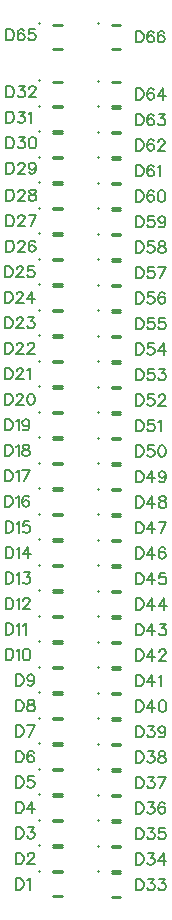
<source format=gto>
G04 Layer: TopSilkscreenLayer*
G04 EasyEDA v6.5.23, 2023-06-10 18:06:06*
G04 005a25b84e7a4af980d47e0bcec97dff,5a6b42c53f6a479593ecc07194224c93,10*
G04 Gerber Generator version 0.2*
G04 Scale: 100 percent, Rotated: No, Reflected: No *
G04 Dimensions in millimeters *
G04 leading zeros omitted , absolute positions ,4 integer and 5 decimal *
%FSLAX45Y45*%
%MOMM*%

%ADD10C,0.1524*%
%ADD11C,0.2540*%

%LPD*%
D10*
X410966Y1179367D02*
G01*
X410966Y1083863D01*
X410966Y1179367D02*
G01*
X442716Y1179367D01*
X456432Y1174795D01*
X465576Y1165651D01*
X470148Y1156507D01*
X474466Y1143045D01*
X474466Y1120185D01*
X470148Y1106723D01*
X465576Y1097579D01*
X456432Y1088435D01*
X442716Y1083863D01*
X410966Y1083863D01*
X504692Y1161079D02*
G01*
X513582Y1165651D01*
X527298Y1179367D01*
X527298Y1083863D01*
X322071Y3985260D02*
G01*
X322071Y3889755D01*
X322071Y3985260D02*
G01*
X353821Y3985260D01*
X367537Y3980687D01*
X376681Y3971544D01*
X381254Y3962400D01*
X385571Y3948937D01*
X385571Y3926078D01*
X381254Y3912615D01*
X376681Y3903471D01*
X367537Y3894328D01*
X353821Y3889755D01*
X322071Y3889755D01*
X415797Y3966971D02*
G01*
X424687Y3971544D01*
X438404Y3985260D01*
X438404Y3889755D01*
X513842Y3985260D02*
G01*
X468376Y3921505D01*
X536702Y3921505D01*
X513842Y3985260D02*
G01*
X513842Y3889755D01*
X322071Y3769360D02*
G01*
X322071Y3673855D01*
X322071Y3769360D02*
G01*
X353821Y3769360D01*
X367537Y3764787D01*
X376681Y3755644D01*
X381254Y3746500D01*
X385571Y3733037D01*
X385571Y3710178D01*
X381254Y3696715D01*
X376681Y3687571D01*
X367537Y3678428D01*
X353821Y3673855D01*
X322071Y3673855D01*
X415797Y3751071D02*
G01*
X424687Y3755644D01*
X438404Y3769360D01*
X438404Y3673855D01*
X477520Y3769360D02*
G01*
X527557Y3769360D01*
X500126Y3733037D01*
X513842Y3733037D01*
X522986Y3728465D01*
X527557Y3723894D01*
X532129Y3710178D01*
X532129Y3701287D01*
X527557Y3687571D01*
X518413Y3678428D01*
X504697Y3673855D01*
X491236Y3673855D01*
X477520Y3678428D01*
X472947Y3683000D01*
X468376Y3692144D01*
X322071Y3553460D02*
G01*
X322071Y3457955D01*
X322071Y3553460D02*
G01*
X353821Y3553460D01*
X367537Y3548887D01*
X376681Y3539744D01*
X381254Y3530600D01*
X385571Y3517137D01*
X385571Y3494278D01*
X381254Y3480815D01*
X376681Y3471671D01*
X367537Y3462528D01*
X353821Y3457955D01*
X322071Y3457955D01*
X415797Y3535171D02*
G01*
X424687Y3539744D01*
X438404Y3553460D01*
X438404Y3457955D01*
X472947Y3530600D02*
G01*
X472947Y3535171D01*
X477520Y3544315D01*
X482092Y3548887D01*
X491236Y3553460D01*
X509270Y3553460D01*
X518413Y3548887D01*
X522986Y3544315D01*
X527557Y3535171D01*
X527557Y3526281D01*
X522986Y3517137D01*
X513842Y3503421D01*
X468376Y3457955D01*
X532129Y3457955D01*
X322071Y3337560D02*
G01*
X322071Y3242055D01*
X322071Y3337560D02*
G01*
X353821Y3337560D01*
X367537Y3332987D01*
X376681Y3323844D01*
X381254Y3314700D01*
X385571Y3301237D01*
X385571Y3278378D01*
X381254Y3264915D01*
X376681Y3255771D01*
X367537Y3246628D01*
X353821Y3242055D01*
X322071Y3242055D01*
X415797Y3319271D02*
G01*
X424687Y3323844D01*
X438404Y3337560D01*
X438404Y3242055D01*
X468376Y3319271D02*
G01*
X477520Y3323844D01*
X491236Y3337560D01*
X491236Y3242055D01*
X322066Y3122467D02*
G01*
X322066Y3026963D01*
X322066Y3122467D02*
G01*
X353816Y3122467D01*
X367532Y3117895D01*
X376676Y3108751D01*
X381248Y3099607D01*
X385566Y3086145D01*
X385566Y3063285D01*
X381248Y3049823D01*
X376676Y3040679D01*
X367532Y3031535D01*
X353816Y3026963D01*
X322066Y3026963D01*
X415792Y3104179D02*
G01*
X424682Y3108751D01*
X438398Y3122467D01*
X438398Y3026963D01*
X495802Y3122467D02*
G01*
X482086Y3117895D01*
X472942Y3104179D01*
X468370Y3081573D01*
X468370Y3067857D01*
X472942Y3045251D01*
X482086Y3031535D01*
X495802Y3026963D01*
X504692Y3026963D01*
X518408Y3031535D01*
X527552Y3045251D01*
X532124Y3067857D01*
X532124Y3081573D01*
X527552Y3104179D01*
X518408Y3117895D01*
X504692Y3122467D01*
X495802Y3122467D01*
X410966Y2906567D02*
G01*
X410966Y2811063D01*
X410966Y2906567D02*
G01*
X442716Y2906567D01*
X456432Y2901995D01*
X465576Y2892851D01*
X470148Y2883707D01*
X474466Y2870245D01*
X474466Y2847385D01*
X470148Y2833923D01*
X465576Y2824779D01*
X456432Y2815635D01*
X442716Y2811063D01*
X410966Y2811063D01*
X563620Y2874817D02*
G01*
X559048Y2861101D01*
X550158Y2851957D01*
X536442Y2847385D01*
X531870Y2847385D01*
X518154Y2851957D01*
X509264Y2861101D01*
X504692Y2874817D01*
X504692Y2879389D01*
X509264Y2892851D01*
X518154Y2901995D01*
X531870Y2906567D01*
X536442Y2906567D01*
X550158Y2901995D01*
X559048Y2892851D01*
X563620Y2874817D01*
X563620Y2851957D01*
X559048Y2829351D01*
X550158Y2815635D01*
X536442Y2811063D01*
X527298Y2811063D01*
X513582Y2815635D01*
X509264Y2824779D01*
X410971Y2689860D02*
G01*
X410971Y2594355D01*
X410971Y2689860D02*
G01*
X442721Y2689860D01*
X456437Y2685287D01*
X465581Y2676144D01*
X470154Y2667000D01*
X474471Y2653537D01*
X474471Y2630678D01*
X470154Y2617215D01*
X465581Y2608071D01*
X456437Y2598928D01*
X442721Y2594355D01*
X410971Y2594355D01*
X527304Y2689860D02*
G01*
X513587Y2685287D01*
X509270Y2676144D01*
X509270Y2667000D01*
X513587Y2658110D01*
X522731Y2653537D01*
X541020Y2648965D01*
X554481Y2644394D01*
X563626Y2635250D01*
X568197Y2626105D01*
X568197Y2612644D01*
X563626Y2603500D01*
X559054Y2598928D01*
X545592Y2594355D01*
X527304Y2594355D01*
X513587Y2598928D01*
X509270Y2603500D01*
X504697Y2612644D01*
X504697Y2626105D01*
X509270Y2635250D01*
X518160Y2644394D01*
X531876Y2648965D01*
X550163Y2653537D01*
X559054Y2658110D01*
X563626Y2667000D01*
X563626Y2676144D01*
X559054Y2685287D01*
X545592Y2689860D01*
X527304Y2689860D01*
X410971Y2473960D02*
G01*
X410971Y2378455D01*
X410971Y2473960D02*
G01*
X442721Y2473960D01*
X456437Y2469387D01*
X465581Y2460244D01*
X470154Y2451100D01*
X474471Y2437637D01*
X474471Y2414778D01*
X470154Y2401315D01*
X465581Y2392171D01*
X456437Y2383028D01*
X442721Y2378455D01*
X410971Y2378455D01*
X568197Y2473960D02*
G01*
X522731Y2378455D01*
X504697Y2473960D02*
G01*
X568197Y2473960D01*
X410971Y2258060D02*
G01*
X410971Y2162555D01*
X410971Y2258060D02*
G01*
X442721Y2258060D01*
X456437Y2253487D01*
X465581Y2244344D01*
X470154Y2235200D01*
X474471Y2221737D01*
X474471Y2198878D01*
X470154Y2185415D01*
X465581Y2176271D01*
X456437Y2167128D01*
X442721Y2162555D01*
X410971Y2162555D01*
X559054Y2244344D02*
G01*
X554481Y2253487D01*
X541020Y2258060D01*
X531876Y2258060D01*
X518160Y2253487D01*
X509270Y2239771D01*
X504697Y2217165D01*
X504697Y2194305D01*
X509270Y2176271D01*
X518160Y2167128D01*
X531876Y2162555D01*
X536447Y2162555D01*
X550163Y2167128D01*
X559054Y2176271D01*
X563626Y2189987D01*
X563626Y2194305D01*
X559054Y2208021D01*
X550163Y2217165D01*
X536447Y2221737D01*
X531876Y2221737D01*
X518160Y2217165D01*
X509270Y2208021D01*
X504697Y2194305D01*
X410971Y2042160D02*
G01*
X410971Y1946655D01*
X410971Y2042160D02*
G01*
X442721Y2042160D01*
X456437Y2037587D01*
X465581Y2028444D01*
X470154Y2019300D01*
X474471Y2005837D01*
X474471Y1982978D01*
X470154Y1969515D01*
X465581Y1960371D01*
X456437Y1951228D01*
X442721Y1946655D01*
X410971Y1946655D01*
X559054Y2042160D02*
G01*
X513587Y2042160D01*
X509270Y2001265D01*
X513587Y2005837D01*
X527304Y2010410D01*
X541020Y2010410D01*
X554481Y2005837D01*
X563626Y1996694D01*
X568197Y1982978D01*
X568197Y1974087D01*
X563626Y1960371D01*
X554481Y1951228D01*
X541020Y1946655D01*
X527304Y1946655D01*
X513587Y1951228D01*
X509270Y1955800D01*
X504697Y1964944D01*
X410971Y1827021D02*
G01*
X410971Y1731518D01*
X410971Y1827021D02*
G01*
X442721Y1827021D01*
X456437Y1822450D01*
X465581Y1813305D01*
X470154Y1804415D01*
X474471Y1790700D01*
X474471Y1767839D01*
X470154Y1754378D01*
X465581Y1745234D01*
X456437Y1736089D01*
X442721Y1731518D01*
X410971Y1731518D01*
X550163Y1827021D02*
G01*
X504697Y1763521D01*
X572770Y1763521D01*
X550163Y1827021D02*
G01*
X550163Y1731518D01*
X410966Y1611167D02*
G01*
X410966Y1515663D01*
X410966Y1611167D02*
G01*
X442716Y1611167D01*
X456432Y1606595D01*
X465576Y1597451D01*
X470148Y1588307D01*
X474466Y1574845D01*
X474466Y1551985D01*
X470148Y1538523D01*
X465576Y1529379D01*
X456432Y1520235D01*
X442716Y1515663D01*
X410966Y1515663D01*
X513582Y1611167D02*
G01*
X563620Y1611167D01*
X536442Y1574845D01*
X550158Y1574845D01*
X559048Y1570273D01*
X563620Y1565701D01*
X568192Y1551985D01*
X568192Y1543095D01*
X563620Y1529379D01*
X554476Y1520235D01*
X541014Y1515663D01*
X527298Y1515663D01*
X513582Y1520235D01*
X509264Y1524807D01*
X504692Y1533951D01*
X410971Y1394460D02*
G01*
X410971Y1298955D01*
X410971Y1394460D02*
G01*
X442721Y1394460D01*
X456437Y1389887D01*
X465581Y1380744D01*
X470154Y1371600D01*
X474471Y1358137D01*
X474471Y1335278D01*
X470154Y1321815D01*
X465581Y1312671D01*
X456437Y1303528D01*
X442721Y1298955D01*
X410971Y1298955D01*
X509270Y1371600D02*
G01*
X509270Y1376171D01*
X513587Y1385315D01*
X518160Y1389887D01*
X527304Y1394460D01*
X545592Y1394460D01*
X554481Y1389887D01*
X559054Y1385315D01*
X563626Y1376171D01*
X563626Y1367281D01*
X559054Y1358137D01*
X550163Y1344421D01*
X504697Y1298955D01*
X568197Y1298955D01*
X322071Y4201160D02*
G01*
X322071Y4105655D01*
X322071Y4201160D02*
G01*
X353821Y4201160D01*
X367537Y4196587D01*
X376681Y4187444D01*
X381254Y4178300D01*
X385571Y4164837D01*
X385571Y4141978D01*
X381254Y4128515D01*
X376681Y4119371D01*
X367537Y4110228D01*
X353821Y4105655D01*
X322071Y4105655D01*
X415797Y4182871D02*
G01*
X424687Y4187444D01*
X438404Y4201160D01*
X438404Y4105655D01*
X522986Y4201160D02*
G01*
X477520Y4201160D01*
X472947Y4160265D01*
X477520Y4164837D01*
X491236Y4169410D01*
X504697Y4169410D01*
X518413Y4164837D01*
X527557Y4155694D01*
X532129Y4141978D01*
X532129Y4133087D01*
X527557Y4119371D01*
X518413Y4110228D01*
X504697Y4105655D01*
X491236Y4105655D01*
X477520Y4110228D01*
X472947Y4114800D01*
X468376Y4123944D01*
X317497Y4418883D02*
G01*
X317497Y4323379D01*
X317497Y4418883D02*
G01*
X349247Y4418883D01*
X362963Y4414311D01*
X372107Y4405167D01*
X376679Y4396277D01*
X381251Y4382561D01*
X381251Y4359701D01*
X376679Y4346239D01*
X372107Y4337095D01*
X362963Y4327951D01*
X349247Y4323379D01*
X317497Y4323379D01*
X411223Y4400849D02*
G01*
X420113Y4405167D01*
X433829Y4418883D01*
X433829Y4323379D01*
X518411Y4405167D02*
G01*
X513839Y4414311D01*
X500123Y4418883D01*
X491233Y4418883D01*
X477517Y4414311D01*
X468373Y4400849D01*
X463801Y4377989D01*
X463801Y4355383D01*
X468373Y4337095D01*
X477517Y4327951D01*
X491233Y4323379D01*
X495805Y4323379D01*
X509267Y4327951D01*
X518411Y4337095D01*
X522983Y4350811D01*
X522983Y4355383D01*
X518411Y4368845D01*
X509267Y4377989D01*
X495805Y4382561D01*
X491233Y4382561D01*
X477517Y4377989D01*
X468373Y4368845D01*
X463801Y4355383D01*
X317497Y4634783D02*
G01*
X317497Y4539279D01*
X317497Y4634783D02*
G01*
X349247Y4634783D01*
X362963Y4630211D01*
X372107Y4621067D01*
X376679Y4612177D01*
X381251Y4598461D01*
X381251Y4575601D01*
X376679Y4562139D01*
X372107Y4552995D01*
X362963Y4543851D01*
X349247Y4539279D01*
X317497Y4539279D01*
X411223Y4616749D02*
G01*
X420113Y4621067D01*
X433829Y4634783D01*
X433829Y4539279D01*
X527555Y4634783D02*
G01*
X482089Y4539279D01*
X463801Y4634783D02*
G01*
X527555Y4634783D01*
X317497Y4850683D02*
G01*
X317497Y4755179D01*
X317497Y4850683D02*
G01*
X349247Y4850683D01*
X362963Y4846111D01*
X372107Y4836967D01*
X376679Y4828077D01*
X381251Y4814361D01*
X381251Y4791501D01*
X376679Y4778039D01*
X372107Y4768895D01*
X362963Y4759751D01*
X349247Y4755179D01*
X317497Y4755179D01*
X411223Y4832649D02*
G01*
X420113Y4836967D01*
X433829Y4850683D01*
X433829Y4755179D01*
X486661Y4850683D02*
G01*
X472945Y4846111D01*
X468373Y4836967D01*
X468373Y4828077D01*
X472945Y4818933D01*
X482089Y4814361D01*
X500123Y4809789D01*
X513839Y4805217D01*
X522983Y4796073D01*
X527555Y4787183D01*
X527555Y4773467D01*
X522983Y4764323D01*
X518411Y4759751D01*
X504695Y4755179D01*
X486661Y4755179D01*
X472945Y4759751D01*
X468373Y4764323D01*
X463801Y4773467D01*
X463801Y4787183D01*
X468373Y4796073D01*
X477517Y4805217D01*
X491233Y4809789D01*
X509267Y4814361D01*
X518411Y4818933D01*
X522983Y4828077D01*
X522983Y4836967D01*
X518411Y4846111D01*
X504695Y4850683D01*
X486661Y4850683D01*
X317497Y5066583D02*
G01*
X317497Y4971079D01*
X317497Y5066583D02*
G01*
X349247Y5066583D01*
X362963Y5062011D01*
X372107Y5052867D01*
X376679Y5043977D01*
X381251Y5030261D01*
X381251Y5007401D01*
X376679Y4993939D01*
X372107Y4984795D01*
X362963Y4975651D01*
X349247Y4971079D01*
X317497Y4971079D01*
X411223Y5048549D02*
G01*
X420113Y5052867D01*
X433829Y5066583D01*
X433829Y4971079D01*
X522983Y5034833D02*
G01*
X518411Y5021117D01*
X509267Y5011973D01*
X495805Y5007401D01*
X491233Y5007401D01*
X477517Y5011973D01*
X468373Y5021117D01*
X463801Y5034833D01*
X463801Y5039405D01*
X468373Y5052867D01*
X477517Y5062011D01*
X491233Y5066583D01*
X495805Y5066583D01*
X509267Y5062011D01*
X518411Y5052867D01*
X522983Y5034833D01*
X522983Y5011973D01*
X518411Y4989367D01*
X509267Y4975651D01*
X495805Y4971079D01*
X486661Y4971079D01*
X472945Y4975651D01*
X468373Y4984795D01*
X317497Y5282483D02*
G01*
X317497Y5186979D01*
X317497Y5282483D02*
G01*
X349247Y5282483D01*
X362963Y5277911D01*
X372107Y5268767D01*
X376679Y5259877D01*
X381251Y5246161D01*
X381251Y5223301D01*
X376679Y5209839D01*
X372107Y5200695D01*
X362963Y5191551D01*
X349247Y5186979D01*
X317497Y5186979D01*
X415795Y5259877D02*
G01*
X415795Y5264449D01*
X420113Y5273339D01*
X424685Y5277911D01*
X433829Y5282483D01*
X452117Y5282483D01*
X461261Y5277911D01*
X465579Y5273339D01*
X470151Y5264449D01*
X470151Y5255305D01*
X465579Y5246161D01*
X456689Y5232445D01*
X411223Y5186979D01*
X474723Y5186979D01*
X532127Y5282483D02*
G01*
X518411Y5277911D01*
X509267Y5264449D01*
X504695Y5241589D01*
X504695Y5227873D01*
X509267Y5205267D01*
X518411Y5191551D01*
X532127Y5186979D01*
X541017Y5186979D01*
X554733Y5191551D01*
X563877Y5205267D01*
X568449Y5227873D01*
X568449Y5241589D01*
X563877Y5264449D01*
X554733Y5277911D01*
X541017Y5282483D01*
X532127Y5282483D01*
X317497Y5498383D02*
G01*
X317497Y5402879D01*
X317497Y5498383D02*
G01*
X349247Y5498383D01*
X362963Y5493811D01*
X372107Y5484667D01*
X376679Y5475777D01*
X381251Y5462061D01*
X381251Y5439201D01*
X376679Y5425739D01*
X372107Y5416595D01*
X362963Y5407451D01*
X349247Y5402879D01*
X317497Y5402879D01*
X415795Y5475777D02*
G01*
X415795Y5480095D01*
X420113Y5489239D01*
X424685Y5493811D01*
X433829Y5498383D01*
X452117Y5498383D01*
X461261Y5493811D01*
X465579Y5489239D01*
X470151Y5480095D01*
X470151Y5471205D01*
X465579Y5462061D01*
X456689Y5448345D01*
X411223Y5402879D01*
X474723Y5402879D01*
X504695Y5480095D02*
G01*
X513839Y5484667D01*
X527555Y5498383D01*
X527555Y5402879D01*
X317497Y5714283D02*
G01*
X317497Y5618779D01*
X317497Y5714283D02*
G01*
X349247Y5714283D01*
X362963Y5709711D01*
X372107Y5700567D01*
X376679Y5691677D01*
X381251Y5677961D01*
X381251Y5655101D01*
X376679Y5641639D01*
X372107Y5632495D01*
X362963Y5623351D01*
X349247Y5618779D01*
X317497Y5618779D01*
X415795Y5691677D02*
G01*
X415795Y5695995D01*
X420113Y5705139D01*
X424685Y5709711D01*
X433829Y5714283D01*
X452117Y5714283D01*
X461261Y5709711D01*
X465579Y5705139D01*
X470151Y5695995D01*
X470151Y5687105D01*
X465579Y5677961D01*
X456689Y5664245D01*
X411223Y5618779D01*
X474723Y5618779D01*
X509267Y5691677D02*
G01*
X509267Y5695995D01*
X513839Y5705139D01*
X518411Y5709711D01*
X527555Y5714283D01*
X545589Y5714283D01*
X554733Y5709711D01*
X559305Y5705139D01*
X563877Y5695995D01*
X563877Y5687105D01*
X559305Y5677961D01*
X550161Y5664245D01*
X504695Y5618779D01*
X568449Y5618779D01*
X317497Y5930183D02*
G01*
X317497Y5834679D01*
X317497Y5930183D02*
G01*
X349247Y5930183D01*
X362963Y5925611D01*
X372107Y5916467D01*
X376679Y5907577D01*
X381251Y5893861D01*
X381251Y5871001D01*
X376679Y5857539D01*
X372107Y5848395D01*
X362963Y5839251D01*
X349247Y5834679D01*
X317497Y5834679D01*
X415795Y5907577D02*
G01*
X415795Y5911895D01*
X420113Y5921039D01*
X424685Y5925611D01*
X433829Y5930183D01*
X452117Y5930183D01*
X461261Y5925611D01*
X465579Y5921039D01*
X470151Y5911895D01*
X470151Y5903005D01*
X465579Y5893861D01*
X456689Y5880145D01*
X411223Y5834679D01*
X474723Y5834679D01*
X513839Y5930183D02*
G01*
X563877Y5930183D01*
X536699Y5893861D01*
X550161Y5893861D01*
X559305Y5889289D01*
X563877Y5884717D01*
X568449Y5871001D01*
X568449Y5862111D01*
X563877Y5848395D01*
X554733Y5839251D01*
X541017Y5834679D01*
X527555Y5834679D01*
X513839Y5839251D01*
X509267Y5843823D01*
X504695Y5852967D01*
X317497Y6146083D02*
G01*
X317497Y6050579D01*
X317497Y6146083D02*
G01*
X349247Y6146083D01*
X362963Y6141511D01*
X372107Y6132367D01*
X376679Y6123477D01*
X381251Y6109761D01*
X381251Y6086901D01*
X376679Y6073439D01*
X372107Y6064295D01*
X362963Y6055151D01*
X349247Y6050579D01*
X317497Y6050579D01*
X415795Y6123477D02*
G01*
X415795Y6127795D01*
X420113Y6136939D01*
X424685Y6141511D01*
X433829Y6146083D01*
X452117Y6146083D01*
X461261Y6141511D01*
X465579Y6136939D01*
X470151Y6127795D01*
X470151Y6118905D01*
X465579Y6109761D01*
X456689Y6096045D01*
X411223Y6050579D01*
X474723Y6050579D01*
X550161Y6146083D02*
G01*
X504695Y6082583D01*
X573021Y6082583D01*
X550161Y6146083D02*
G01*
X550161Y6050579D01*
X317497Y6361983D02*
G01*
X317497Y6266479D01*
X317497Y6361983D02*
G01*
X349247Y6361983D01*
X362963Y6357411D01*
X372107Y6348267D01*
X376679Y6339377D01*
X381251Y6325661D01*
X381251Y6302801D01*
X376679Y6289339D01*
X372107Y6280195D01*
X362963Y6271051D01*
X349247Y6266479D01*
X317497Y6266479D01*
X415795Y6339377D02*
G01*
X415795Y6343695D01*
X420113Y6352839D01*
X424685Y6357411D01*
X433829Y6361983D01*
X452117Y6361983D01*
X461261Y6357411D01*
X465579Y6352839D01*
X470151Y6343695D01*
X470151Y6334805D01*
X465579Y6325661D01*
X456689Y6311945D01*
X411223Y6266479D01*
X474723Y6266479D01*
X559305Y6361983D02*
G01*
X513839Y6361983D01*
X509267Y6321089D01*
X513839Y6325661D01*
X527555Y6330233D01*
X541017Y6330233D01*
X554733Y6325661D01*
X563877Y6316517D01*
X568449Y6302801D01*
X568449Y6293911D01*
X563877Y6280195D01*
X554733Y6271051D01*
X541017Y6266479D01*
X527555Y6266479D01*
X513839Y6271051D01*
X509267Y6275623D01*
X504695Y6284767D01*
X330197Y6577883D02*
G01*
X330197Y6482379D01*
X330197Y6577883D02*
G01*
X361947Y6577883D01*
X375663Y6573311D01*
X384807Y6564167D01*
X389379Y6555277D01*
X393951Y6541561D01*
X393951Y6518701D01*
X389379Y6505239D01*
X384807Y6496095D01*
X375663Y6486951D01*
X361947Y6482379D01*
X330197Y6482379D01*
X428495Y6555277D02*
G01*
X428495Y6559595D01*
X432813Y6568739D01*
X437385Y6573311D01*
X446529Y6577883D01*
X464817Y6577883D01*
X473961Y6573311D01*
X478279Y6568739D01*
X482851Y6559595D01*
X482851Y6550705D01*
X478279Y6541561D01*
X469389Y6527845D01*
X423923Y6482379D01*
X487423Y6482379D01*
X572005Y6564167D02*
G01*
X567433Y6573311D01*
X553717Y6577883D01*
X544827Y6577883D01*
X531111Y6573311D01*
X521967Y6559595D01*
X517395Y6536989D01*
X517395Y6514383D01*
X521967Y6496095D01*
X531111Y6486951D01*
X544827Y6482379D01*
X549399Y6482379D01*
X562861Y6486951D01*
X572005Y6496095D01*
X576577Y6509811D01*
X576577Y6514383D01*
X572005Y6527845D01*
X562861Y6536989D01*
X549399Y6541561D01*
X544827Y6541561D01*
X531111Y6536989D01*
X521967Y6527845D01*
X517395Y6514383D01*
X330197Y6793783D02*
G01*
X330197Y6698279D01*
X330197Y6793783D02*
G01*
X361947Y6793783D01*
X375663Y6789211D01*
X384807Y6780067D01*
X389379Y6771177D01*
X393951Y6757461D01*
X393951Y6734601D01*
X389379Y6721139D01*
X384807Y6711995D01*
X375663Y6702851D01*
X361947Y6698279D01*
X330197Y6698279D01*
X428495Y6771177D02*
G01*
X428495Y6775495D01*
X432813Y6784639D01*
X437385Y6789211D01*
X446529Y6793783D01*
X464817Y6793783D01*
X473961Y6789211D01*
X478279Y6784639D01*
X482851Y6775495D01*
X482851Y6766605D01*
X478279Y6757461D01*
X469389Y6743745D01*
X423923Y6698279D01*
X487423Y6698279D01*
X581149Y6793783D02*
G01*
X535683Y6698279D01*
X517395Y6793783D02*
G01*
X581149Y6793783D01*
X330197Y7009683D02*
G01*
X330197Y6914179D01*
X330197Y7009683D02*
G01*
X361947Y7009683D01*
X375663Y7005111D01*
X384807Y6995967D01*
X389379Y6987077D01*
X393951Y6973361D01*
X393951Y6950501D01*
X389379Y6937039D01*
X384807Y6927895D01*
X375663Y6918751D01*
X361947Y6914179D01*
X330197Y6914179D01*
X428495Y6987077D02*
G01*
X428495Y6991395D01*
X432813Y7000539D01*
X437385Y7005111D01*
X446529Y7009683D01*
X464817Y7009683D01*
X473961Y7005111D01*
X478279Y7000539D01*
X482851Y6991395D01*
X482851Y6982505D01*
X478279Y6973361D01*
X469389Y6959645D01*
X423923Y6914179D01*
X487423Y6914179D01*
X540255Y7009683D02*
G01*
X526539Y7005111D01*
X521967Y6995967D01*
X521967Y6987077D01*
X526539Y6977933D01*
X535683Y6973361D01*
X553717Y6968789D01*
X567433Y6964217D01*
X576577Y6955073D01*
X581149Y6946183D01*
X581149Y6932467D01*
X576577Y6923323D01*
X572005Y6918751D01*
X558289Y6914179D01*
X540255Y6914179D01*
X526539Y6918751D01*
X521967Y6923323D01*
X517395Y6932467D01*
X517395Y6946183D01*
X521967Y6955073D01*
X531111Y6964217D01*
X544827Y6968789D01*
X562861Y6973361D01*
X572005Y6977933D01*
X576577Y6987077D01*
X576577Y6995967D01*
X572005Y7005111D01*
X558289Y7009683D01*
X540255Y7009683D01*
X330197Y7238283D02*
G01*
X330197Y7142779D01*
X330197Y7238283D02*
G01*
X361947Y7238283D01*
X375663Y7233711D01*
X384807Y7224567D01*
X389379Y7215677D01*
X393951Y7201961D01*
X393951Y7179101D01*
X389379Y7165639D01*
X384807Y7156495D01*
X375663Y7147351D01*
X361947Y7142779D01*
X330197Y7142779D01*
X428495Y7215677D02*
G01*
X428495Y7219995D01*
X432813Y7229139D01*
X437385Y7233711D01*
X446529Y7238283D01*
X464817Y7238283D01*
X473961Y7233711D01*
X478279Y7229139D01*
X482851Y7219995D01*
X482851Y7211105D01*
X478279Y7201961D01*
X469389Y7188245D01*
X423923Y7142779D01*
X487423Y7142779D01*
X576577Y7206533D02*
G01*
X572005Y7192817D01*
X562861Y7183673D01*
X549399Y7179101D01*
X544827Y7179101D01*
X531111Y7183673D01*
X521967Y7192817D01*
X517395Y7206533D01*
X517395Y7211105D01*
X521967Y7224567D01*
X531111Y7233711D01*
X544827Y7238283D01*
X549399Y7238283D01*
X562861Y7233711D01*
X572005Y7224567D01*
X576577Y7206533D01*
X576577Y7183673D01*
X572005Y7161067D01*
X562861Y7147351D01*
X549399Y7142779D01*
X540255Y7142779D01*
X526539Y7147351D01*
X521967Y7156495D01*
X330200Y7454137D02*
G01*
X330200Y7358634D01*
X330200Y7454137D02*
G01*
X361950Y7454137D01*
X375665Y7449565D01*
X384810Y7440676D01*
X389381Y7431531D01*
X393954Y7417815D01*
X393954Y7395210D01*
X389381Y7381494D01*
X384810Y7372350D01*
X375665Y7363205D01*
X361950Y7358634D01*
X330200Y7358634D01*
X432815Y7454137D02*
G01*
X482854Y7454137D01*
X455676Y7417815D01*
X469392Y7417815D01*
X478281Y7413244D01*
X482854Y7408671D01*
X487426Y7395210D01*
X487426Y7386065D01*
X482854Y7372350D01*
X473710Y7363205D01*
X460247Y7358634D01*
X446531Y7358634D01*
X432815Y7363205D01*
X428497Y7367778D01*
X423926Y7376921D01*
X544829Y7454137D02*
G01*
X531113Y7449565D01*
X521970Y7436104D01*
X517397Y7413244D01*
X517397Y7399781D01*
X521970Y7376921D01*
X531113Y7363205D01*
X544829Y7358634D01*
X553720Y7358634D01*
X567436Y7363205D01*
X576579Y7376921D01*
X581152Y7399781D01*
X581152Y7413244D01*
X576579Y7436104D01*
X567436Y7449565D01*
X553720Y7454137D01*
X544829Y7454137D01*
X330200Y7670037D02*
G01*
X330200Y7574534D01*
X330200Y7670037D02*
G01*
X361950Y7670037D01*
X375665Y7665465D01*
X384810Y7656576D01*
X389381Y7647431D01*
X393954Y7633715D01*
X393954Y7611110D01*
X389381Y7597394D01*
X384810Y7588250D01*
X375665Y7579105D01*
X361950Y7574534D01*
X330200Y7574534D01*
X432815Y7670037D02*
G01*
X482854Y7670037D01*
X455676Y7633715D01*
X469392Y7633715D01*
X478281Y7629144D01*
X482854Y7624571D01*
X487426Y7611110D01*
X487426Y7601965D01*
X482854Y7588250D01*
X473710Y7579105D01*
X460247Y7574534D01*
X446531Y7574534D01*
X432815Y7579105D01*
X428497Y7583678D01*
X423926Y7592821D01*
X517397Y7652004D02*
G01*
X526542Y7656576D01*
X540257Y7670037D01*
X540257Y7574534D01*
X330200Y7885937D02*
G01*
X330200Y7790434D01*
X330200Y7885937D02*
G01*
X361950Y7885937D01*
X375665Y7881365D01*
X384810Y7872476D01*
X389381Y7863331D01*
X393954Y7849615D01*
X393954Y7827010D01*
X389381Y7813294D01*
X384810Y7804150D01*
X375665Y7795005D01*
X361950Y7790434D01*
X330200Y7790434D01*
X432815Y7885937D02*
G01*
X482854Y7885937D01*
X455676Y7849615D01*
X469392Y7849615D01*
X478281Y7845044D01*
X482854Y7840471D01*
X487426Y7827010D01*
X487426Y7817865D01*
X482854Y7804150D01*
X473710Y7795005D01*
X460247Y7790434D01*
X446531Y7790434D01*
X432815Y7795005D01*
X428497Y7799578D01*
X423926Y7808721D01*
X521970Y7863331D02*
G01*
X521970Y7867904D01*
X526542Y7876794D01*
X531113Y7881365D01*
X540257Y7885937D01*
X558292Y7885937D01*
X567436Y7881365D01*
X572007Y7876794D01*
X576579Y7867904D01*
X576579Y7858760D01*
X572007Y7849615D01*
X562863Y7835900D01*
X517397Y7790434D01*
X581152Y7790434D01*
X1426972Y1173657D02*
G01*
X1426972Y1078153D01*
X1426972Y1173657D02*
G01*
X1458722Y1173657D01*
X1472438Y1169085D01*
X1481581Y1159941D01*
X1486154Y1150797D01*
X1490725Y1137081D01*
X1490725Y1114475D01*
X1486154Y1100759D01*
X1481581Y1091615D01*
X1472438Y1082725D01*
X1458722Y1078153D01*
X1426972Y1078153D01*
X1529588Y1173657D02*
G01*
X1579625Y1173657D01*
X1552447Y1137081D01*
X1566163Y1137081D01*
X1575054Y1132763D01*
X1579625Y1128191D01*
X1584197Y1114475D01*
X1584197Y1105331D01*
X1579625Y1091615D01*
X1570481Y1082725D01*
X1557020Y1078153D01*
X1543304Y1078153D01*
X1529588Y1082725D01*
X1525270Y1087297D01*
X1520697Y1096187D01*
X1623313Y1173657D02*
G01*
X1673352Y1173657D01*
X1646174Y1137081D01*
X1659636Y1137081D01*
X1668779Y1132763D01*
X1673352Y1128191D01*
X1677924Y1114475D01*
X1677924Y1105331D01*
X1673352Y1091615D01*
X1664208Y1082725D01*
X1650491Y1078153D01*
X1637029Y1078153D01*
X1623313Y1082725D01*
X1618741Y1087297D01*
X1614170Y1096187D01*
X1426972Y1389557D02*
G01*
X1426972Y1294053D01*
X1426972Y1389557D02*
G01*
X1458722Y1389557D01*
X1472438Y1384985D01*
X1481581Y1375841D01*
X1486154Y1366697D01*
X1490725Y1352981D01*
X1490725Y1330375D01*
X1486154Y1316659D01*
X1481581Y1307515D01*
X1472438Y1298625D01*
X1458722Y1294053D01*
X1426972Y1294053D01*
X1529588Y1389557D02*
G01*
X1579625Y1389557D01*
X1552447Y1352981D01*
X1566163Y1352981D01*
X1575054Y1348663D01*
X1579625Y1344091D01*
X1584197Y1330375D01*
X1584197Y1321231D01*
X1579625Y1307515D01*
X1570481Y1298625D01*
X1557020Y1294053D01*
X1543304Y1294053D01*
X1529588Y1298625D01*
X1525270Y1303197D01*
X1520697Y1312087D01*
X1659636Y1389557D02*
G01*
X1614170Y1325803D01*
X1682495Y1325803D01*
X1659636Y1389557D02*
G01*
X1659636Y1294053D01*
X1426972Y1605457D02*
G01*
X1426972Y1509953D01*
X1426972Y1605457D02*
G01*
X1458722Y1605457D01*
X1472438Y1600885D01*
X1481581Y1591741D01*
X1486154Y1582597D01*
X1490725Y1568881D01*
X1490725Y1546275D01*
X1486154Y1532559D01*
X1481581Y1523415D01*
X1472438Y1514525D01*
X1458722Y1509953D01*
X1426972Y1509953D01*
X1529588Y1605457D02*
G01*
X1579625Y1605457D01*
X1552447Y1568881D01*
X1566163Y1568881D01*
X1575054Y1564563D01*
X1579625Y1559991D01*
X1584197Y1546275D01*
X1584197Y1537131D01*
X1579625Y1523415D01*
X1570481Y1514525D01*
X1557020Y1509953D01*
X1543304Y1509953D01*
X1529588Y1514525D01*
X1525270Y1519097D01*
X1520697Y1527987D01*
X1668779Y1605457D02*
G01*
X1623313Y1605457D01*
X1618741Y1564563D01*
X1623313Y1568881D01*
X1637029Y1573453D01*
X1650491Y1573453D01*
X1664208Y1568881D01*
X1673352Y1559991D01*
X1677924Y1546275D01*
X1677924Y1537131D01*
X1673352Y1523415D01*
X1664208Y1514525D01*
X1650491Y1509953D01*
X1637029Y1509953D01*
X1623313Y1514525D01*
X1618741Y1519097D01*
X1614170Y1527987D01*
X1426972Y1821357D02*
G01*
X1426972Y1725853D01*
X1426972Y1821357D02*
G01*
X1458722Y1821357D01*
X1472438Y1816785D01*
X1481581Y1807641D01*
X1486154Y1798497D01*
X1490725Y1784781D01*
X1490725Y1762175D01*
X1486154Y1748459D01*
X1481581Y1739315D01*
X1472438Y1730425D01*
X1458722Y1725853D01*
X1426972Y1725853D01*
X1529588Y1821357D02*
G01*
X1579625Y1821357D01*
X1552447Y1784781D01*
X1566163Y1784781D01*
X1575054Y1780463D01*
X1579625Y1775891D01*
X1584197Y1762175D01*
X1584197Y1753031D01*
X1579625Y1739315D01*
X1570481Y1730425D01*
X1557020Y1725853D01*
X1543304Y1725853D01*
X1529588Y1730425D01*
X1525270Y1734997D01*
X1520697Y1743887D01*
X1668779Y1807641D02*
G01*
X1664208Y1816785D01*
X1650491Y1821357D01*
X1641602Y1821357D01*
X1627886Y1816785D01*
X1618741Y1803069D01*
X1614170Y1780463D01*
X1614170Y1757603D01*
X1618741Y1739315D01*
X1627886Y1730425D01*
X1641602Y1725853D01*
X1646174Y1725853D01*
X1659636Y1730425D01*
X1668779Y1739315D01*
X1673352Y1753031D01*
X1673352Y1757603D01*
X1668779Y1771319D01*
X1659636Y1780463D01*
X1646174Y1784781D01*
X1641602Y1784781D01*
X1627886Y1780463D01*
X1618741Y1771319D01*
X1614170Y1757603D01*
X1426972Y2037257D02*
G01*
X1426972Y1941753D01*
X1426972Y2037257D02*
G01*
X1458722Y2037257D01*
X1472438Y2032685D01*
X1481581Y2023541D01*
X1486154Y2014397D01*
X1490725Y2000681D01*
X1490725Y1978075D01*
X1486154Y1964359D01*
X1481581Y1955215D01*
X1472438Y1946325D01*
X1458722Y1941753D01*
X1426972Y1941753D01*
X1529588Y2037257D02*
G01*
X1579625Y2037257D01*
X1552447Y2000681D01*
X1566163Y2000681D01*
X1575054Y1996363D01*
X1579625Y1991791D01*
X1584197Y1978075D01*
X1584197Y1968931D01*
X1579625Y1955215D01*
X1570481Y1946325D01*
X1557020Y1941753D01*
X1543304Y1941753D01*
X1529588Y1946325D01*
X1525270Y1950897D01*
X1520697Y1959787D01*
X1677924Y2037257D02*
G01*
X1632458Y1941753D01*
X1614170Y2037257D02*
G01*
X1677924Y2037257D01*
X1426972Y2253157D02*
G01*
X1426972Y2157653D01*
X1426972Y2253157D02*
G01*
X1458722Y2253157D01*
X1472438Y2248585D01*
X1481581Y2239441D01*
X1486154Y2230297D01*
X1490725Y2216581D01*
X1490725Y2193975D01*
X1486154Y2180259D01*
X1481581Y2171115D01*
X1472438Y2162225D01*
X1458722Y2157653D01*
X1426972Y2157653D01*
X1529588Y2253157D02*
G01*
X1579625Y2253157D01*
X1552447Y2216581D01*
X1566163Y2216581D01*
X1575054Y2212263D01*
X1579625Y2207691D01*
X1584197Y2193975D01*
X1584197Y2184831D01*
X1579625Y2171115D01*
X1570481Y2162225D01*
X1557020Y2157653D01*
X1543304Y2157653D01*
X1529588Y2162225D01*
X1525270Y2166797D01*
X1520697Y2175687D01*
X1637029Y2253157D02*
G01*
X1623313Y2248585D01*
X1618741Y2239441D01*
X1618741Y2230297D01*
X1623313Y2221153D01*
X1632458Y2216581D01*
X1650491Y2212263D01*
X1664208Y2207691D01*
X1673352Y2198547D01*
X1677924Y2189403D01*
X1677924Y2175687D01*
X1673352Y2166797D01*
X1668779Y2162225D01*
X1655063Y2157653D01*
X1637029Y2157653D01*
X1623313Y2162225D01*
X1618741Y2166797D01*
X1614170Y2175687D01*
X1614170Y2189403D01*
X1618741Y2198547D01*
X1627886Y2207691D01*
X1641602Y2212263D01*
X1659636Y2216581D01*
X1668779Y2221153D01*
X1673352Y2230297D01*
X1673352Y2239441D01*
X1668779Y2248585D01*
X1655063Y2253157D01*
X1637029Y2253157D01*
X1426972Y2469057D02*
G01*
X1426972Y2373553D01*
X1426972Y2469057D02*
G01*
X1458722Y2469057D01*
X1472438Y2464485D01*
X1481581Y2455341D01*
X1486154Y2446197D01*
X1490725Y2432481D01*
X1490725Y2409875D01*
X1486154Y2396159D01*
X1481581Y2387015D01*
X1472438Y2378125D01*
X1458722Y2373553D01*
X1426972Y2373553D01*
X1529588Y2469057D02*
G01*
X1579625Y2469057D01*
X1552447Y2432481D01*
X1566163Y2432481D01*
X1575054Y2428163D01*
X1579625Y2423591D01*
X1584197Y2409875D01*
X1584197Y2400731D01*
X1579625Y2387015D01*
X1570481Y2378125D01*
X1557020Y2373553D01*
X1543304Y2373553D01*
X1529588Y2378125D01*
X1525270Y2382697D01*
X1520697Y2391587D01*
X1673352Y2437053D02*
G01*
X1668779Y2423591D01*
X1659636Y2414447D01*
X1646174Y2409875D01*
X1641602Y2409875D01*
X1627886Y2414447D01*
X1618741Y2423591D01*
X1614170Y2437053D01*
X1614170Y2441625D01*
X1618741Y2455341D01*
X1627886Y2464485D01*
X1641602Y2469057D01*
X1646174Y2469057D01*
X1659636Y2464485D01*
X1668779Y2455341D01*
X1673352Y2437053D01*
X1673352Y2414447D01*
X1668779Y2391587D01*
X1659636Y2378125D01*
X1646174Y2373553D01*
X1637029Y2373553D01*
X1623313Y2378125D01*
X1618741Y2387015D01*
X1426972Y2684957D02*
G01*
X1426972Y2589453D01*
X1426972Y2684957D02*
G01*
X1458722Y2684957D01*
X1472438Y2680385D01*
X1481581Y2671241D01*
X1486154Y2662097D01*
X1490725Y2648381D01*
X1490725Y2625775D01*
X1486154Y2612059D01*
X1481581Y2602915D01*
X1472438Y2594025D01*
X1458722Y2589453D01*
X1426972Y2589453D01*
X1566163Y2684957D02*
G01*
X1520697Y2621203D01*
X1588770Y2621203D01*
X1566163Y2684957D02*
G01*
X1566163Y2589453D01*
X1646174Y2684957D02*
G01*
X1632458Y2680385D01*
X1623313Y2666669D01*
X1618741Y2644063D01*
X1618741Y2630347D01*
X1623313Y2607487D01*
X1632458Y2594025D01*
X1646174Y2589453D01*
X1655063Y2589453D01*
X1668779Y2594025D01*
X1677924Y2607487D01*
X1682495Y2630347D01*
X1682495Y2644063D01*
X1677924Y2666669D01*
X1668779Y2680385D01*
X1655063Y2684957D01*
X1646174Y2684957D01*
X1426972Y2900857D02*
G01*
X1426972Y2805353D01*
X1426972Y2900857D02*
G01*
X1458722Y2900857D01*
X1472438Y2896285D01*
X1481581Y2887141D01*
X1486154Y2877997D01*
X1490725Y2864281D01*
X1490725Y2841675D01*
X1486154Y2827959D01*
X1481581Y2818815D01*
X1472438Y2809925D01*
X1458722Y2805353D01*
X1426972Y2805353D01*
X1566163Y2900857D02*
G01*
X1520697Y2837103D01*
X1588770Y2837103D01*
X1566163Y2900857D02*
G01*
X1566163Y2805353D01*
X1618741Y2882569D02*
G01*
X1627886Y2887141D01*
X1641602Y2900857D01*
X1641602Y2805353D01*
X1426972Y3116757D02*
G01*
X1426972Y3021253D01*
X1426972Y3116757D02*
G01*
X1458722Y3116757D01*
X1472438Y3112185D01*
X1481581Y3103041D01*
X1486154Y3093897D01*
X1490725Y3080181D01*
X1490725Y3057575D01*
X1486154Y3043859D01*
X1481581Y3034715D01*
X1472438Y3025825D01*
X1458722Y3021253D01*
X1426972Y3021253D01*
X1566163Y3116757D02*
G01*
X1520697Y3053003D01*
X1588770Y3053003D01*
X1566163Y3116757D02*
G01*
X1566163Y3021253D01*
X1623313Y3093897D02*
G01*
X1623313Y3098469D01*
X1627886Y3107613D01*
X1632458Y3112185D01*
X1641602Y3116757D01*
X1659636Y3116757D01*
X1668779Y3112185D01*
X1673352Y3107613D01*
X1677924Y3098469D01*
X1677924Y3089325D01*
X1673352Y3080181D01*
X1664208Y3066719D01*
X1618741Y3021253D01*
X1682495Y3021253D01*
X1426972Y3332657D02*
G01*
X1426972Y3237153D01*
X1426972Y3332657D02*
G01*
X1458722Y3332657D01*
X1472438Y3328085D01*
X1481581Y3318941D01*
X1486154Y3309797D01*
X1490725Y3296081D01*
X1490725Y3273475D01*
X1486154Y3259759D01*
X1481581Y3250615D01*
X1472438Y3241725D01*
X1458722Y3237153D01*
X1426972Y3237153D01*
X1566163Y3332657D02*
G01*
X1520697Y3268903D01*
X1588770Y3268903D01*
X1566163Y3332657D02*
G01*
X1566163Y3237153D01*
X1627886Y3332657D02*
G01*
X1677924Y3332657D01*
X1650491Y3296081D01*
X1664208Y3296081D01*
X1673352Y3291509D01*
X1677924Y3287191D01*
X1682495Y3273475D01*
X1682495Y3264331D01*
X1677924Y3250615D01*
X1668779Y3241725D01*
X1655063Y3237153D01*
X1641602Y3237153D01*
X1627886Y3241725D01*
X1623313Y3246297D01*
X1618741Y3255187D01*
X1426972Y3548557D02*
G01*
X1426972Y3453053D01*
X1426972Y3548557D02*
G01*
X1458722Y3548557D01*
X1472438Y3543985D01*
X1481581Y3534841D01*
X1486154Y3525697D01*
X1490725Y3511981D01*
X1490725Y3489375D01*
X1486154Y3475659D01*
X1481581Y3466515D01*
X1472438Y3457625D01*
X1458722Y3453053D01*
X1426972Y3453053D01*
X1566163Y3548557D02*
G01*
X1520697Y3484803D01*
X1588770Y3484803D01*
X1566163Y3548557D02*
G01*
X1566163Y3453053D01*
X1664208Y3548557D02*
G01*
X1618741Y3484803D01*
X1687068Y3484803D01*
X1664208Y3548557D02*
G01*
X1664208Y3453053D01*
X1426972Y3764457D02*
G01*
X1426972Y3668953D01*
X1426972Y3764457D02*
G01*
X1458722Y3764457D01*
X1472438Y3759885D01*
X1481581Y3750741D01*
X1486154Y3741597D01*
X1490725Y3727881D01*
X1490725Y3705275D01*
X1486154Y3691559D01*
X1481581Y3682415D01*
X1472438Y3673525D01*
X1458722Y3668953D01*
X1426972Y3668953D01*
X1566163Y3764457D02*
G01*
X1520697Y3700703D01*
X1588770Y3700703D01*
X1566163Y3764457D02*
G01*
X1566163Y3668953D01*
X1673352Y3764457D02*
G01*
X1627886Y3764457D01*
X1623313Y3723563D01*
X1627886Y3727881D01*
X1641602Y3732453D01*
X1655063Y3732453D01*
X1668779Y3727881D01*
X1677924Y3718991D01*
X1682495Y3705275D01*
X1682495Y3696131D01*
X1677924Y3682415D01*
X1668779Y3673525D01*
X1655063Y3668953D01*
X1641602Y3668953D01*
X1627886Y3673525D01*
X1623313Y3678097D01*
X1618741Y3686987D01*
X1426972Y3980357D02*
G01*
X1426972Y3884853D01*
X1426972Y3980357D02*
G01*
X1458722Y3980357D01*
X1472438Y3975785D01*
X1481581Y3966641D01*
X1486154Y3957497D01*
X1490725Y3943781D01*
X1490725Y3921175D01*
X1486154Y3907459D01*
X1481581Y3898315D01*
X1472438Y3889425D01*
X1458722Y3884853D01*
X1426972Y3884853D01*
X1566163Y3980357D02*
G01*
X1520697Y3916603D01*
X1588770Y3916603D01*
X1566163Y3980357D02*
G01*
X1566163Y3884853D01*
X1673352Y3966641D02*
G01*
X1668779Y3975785D01*
X1655063Y3980357D01*
X1646174Y3980357D01*
X1632458Y3975785D01*
X1623313Y3962069D01*
X1618741Y3939463D01*
X1618741Y3916603D01*
X1623313Y3898315D01*
X1632458Y3889425D01*
X1646174Y3884853D01*
X1650491Y3884853D01*
X1664208Y3889425D01*
X1673352Y3898315D01*
X1677924Y3912031D01*
X1677924Y3916603D01*
X1673352Y3930319D01*
X1664208Y3939463D01*
X1650491Y3943781D01*
X1646174Y3943781D01*
X1632458Y3939463D01*
X1623313Y3930319D01*
X1618741Y3916603D01*
X1426972Y4196257D02*
G01*
X1426972Y4100753D01*
X1426972Y4196257D02*
G01*
X1458722Y4196257D01*
X1472438Y4191685D01*
X1481581Y4182541D01*
X1486154Y4173397D01*
X1490725Y4159681D01*
X1490725Y4137075D01*
X1486154Y4123359D01*
X1481581Y4114215D01*
X1472438Y4105325D01*
X1458722Y4100753D01*
X1426972Y4100753D01*
X1566163Y4196257D02*
G01*
X1520697Y4132503D01*
X1588770Y4132503D01*
X1566163Y4196257D02*
G01*
X1566163Y4100753D01*
X1682495Y4196257D02*
G01*
X1637029Y4100753D01*
X1618741Y4196257D02*
G01*
X1682495Y4196257D01*
X1426972Y4412157D02*
G01*
X1426972Y4316653D01*
X1426972Y4412157D02*
G01*
X1458722Y4412157D01*
X1472438Y4407585D01*
X1481581Y4398441D01*
X1486154Y4389297D01*
X1490725Y4375581D01*
X1490725Y4352975D01*
X1486154Y4339259D01*
X1481581Y4330115D01*
X1472438Y4321225D01*
X1458722Y4316653D01*
X1426972Y4316653D01*
X1566163Y4412157D02*
G01*
X1520697Y4348403D01*
X1588770Y4348403D01*
X1566163Y4412157D02*
G01*
X1566163Y4316653D01*
X1641602Y4412157D02*
G01*
X1627886Y4407585D01*
X1623313Y4398441D01*
X1623313Y4389297D01*
X1627886Y4380153D01*
X1637029Y4375581D01*
X1655063Y4371263D01*
X1668779Y4366691D01*
X1677924Y4357547D01*
X1682495Y4348403D01*
X1682495Y4334687D01*
X1677924Y4325797D01*
X1673352Y4321225D01*
X1659636Y4316653D01*
X1641602Y4316653D01*
X1627886Y4321225D01*
X1623313Y4325797D01*
X1618741Y4334687D01*
X1618741Y4348403D01*
X1623313Y4357547D01*
X1632458Y4366691D01*
X1646174Y4371263D01*
X1664208Y4375581D01*
X1673352Y4380153D01*
X1677924Y4389297D01*
X1677924Y4398441D01*
X1673352Y4407585D01*
X1659636Y4412157D01*
X1641602Y4412157D01*
X1426972Y4628057D02*
G01*
X1426972Y4532553D01*
X1426972Y4628057D02*
G01*
X1458722Y4628057D01*
X1472438Y4623485D01*
X1481581Y4614341D01*
X1486154Y4605197D01*
X1490725Y4591481D01*
X1490725Y4568875D01*
X1486154Y4555159D01*
X1481581Y4546015D01*
X1472438Y4537125D01*
X1458722Y4532553D01*
X1426972Y4532553D01*
X1566163Y4628057D02*
G01*
X1520697Y4564303D01*
X1588770Y4564303D01*
X1566163Y4628057D02*
G01*
X1566163Y4532553D01*
X1677924Y4596053D02*
G01*
X1673352Y4582591D01*
X1664208Y4573447D01*
X1650491Y4568875D01*
X1646174Y4568875D01*
X1632458Y4573447D01*
X1623313Y4582591D01*
X1618741Y4596053D01*
X1618741Y4600625D01*
X1623313Y4614341D01*
X1632458Y4623485D01*
X1646174Y4628057D01*
X1650491Y4628057D01*
X1664208Y4623485D01*
X1673352Y4614341D01*
X1677924Y4596053D01*
X1677924Y4573447D01*
X1673352Y4550587D01*
X1664208Y4537125D01*
X1650491Y4532553D01*
X1641602Y4532553D01*
X1627886Y4537125D01*
X1623313Y4546015D01*
X1426972Y4843957D02*
G01*
X1426972Y4748453D01*
X1426972Y4843957D02*
G01*
X1458722Y4843957D01*
X1472438Y4839385D01*
X1481581Y4830241D01*
X1486154Y4821097D01*
X1490725Y4807381D01*
X1490725Y4784775D01*
X1486154Y4771059D01*
X1481581Y4761915D01*
X1472438Y4753025D01*
X1458722Y4748453D01*
X1426972Y4748453D01*
X1575054Y4843957D02*
G01*
X1529588Y4843957D01*
X1525270Y4803063D01*
X1529588Y4807381D01*
X1543304Y4811953D01*
X1557020Y4811953D01*
X1570481Y4807381D01*
X1579625Y4798491D01*
X1584197Y4784775D01*
X1584197Y4775631D01*
X1579625Y4761915D01*
X1570481Y4753025D01*
X1557020Y4748453D01*
X1543304Y4748453D01*
X1529588Y4753025D01*
X1525270Y4757597D01*
X1520697Y4766487D01*
X1641602Y4843957D02*
G01*
X1627886Y4839385D01*
X1618741Y4825669D01*
X1614170Y4803063D01*
X1614170Y4789347D01*
X1618741Y4766487D01*
X1627886Y4753025D01*
X1641602Y4748453D01*
X1650491Y4748453D01*
X1664208Y4753025D01*
X1673352Y4766487D01*
X1677924Y4789347D01*
X1677924Y4803063D01*
X1673352Y4825669D01*
X1664208Y4839385D01*
X1650491Y4843957D01*
X1641602Y4843957D01*
X1426972Y5059857D02*
G01*
X1426972Y4964353D01*
X1426972Y5059857D02*
G01*
X1458722Y5059857D01*
X1472438Y5055285D01*
X1481581Y5046141D01*
X1486154Y5036997D01*
X1490725Y5023281D01*
X1490725Y5000675D01*
X1486154Y4986959D01*
X1481581Y4977815D01*
X1472438Y4968925D01*
X1458722Y4964353D01*
X1426972Y4964353D01*
X1575054Y5059857D02*
G01*
X1529588Y5059857D01*
X1525270Y5018963D01*
X1529588Y5023281D01*
X1543304Y5027853D01*
X1557020Y5027853D01*
X1570481Y5023281D01*
X1579625Y5014391D01*
X1584197Y5000675D01*
X1584197Y4991531D01*
X1579625Y4977815D01*
X1570481Y4968925D01*
X1557020Y4964353D01*
X1543304Y4964353D01*
X1529588Y4968925D01*
X1525270Y4973497D01*
X1520697Y4982387D01*
X1614170Y5041569D02*
G01*
X1623313Y5046141D01*
X1637029Y5059857D01*
X1637029Y4964353D01*
X1426972Y5275757D02*
G01*
X1426972Y5180253D01*
X1426972Y5275757D02*
G01*
X1458722Y5275757D01*
X1472438Y5271185D01*
X1481581Y5262041D01*
X1486154Y5252897D01*
X1490725Y5239181D01*
X1490725Y5216575D01*
X1486154Y5202859D01*
X1481581Y5193715D01*
X1472438Y5184825D01*
X1458722Y5180253D01*
X1426972Y5180253D01*
X1575054Y5275757D02*
G01*
X1529588Y5275757D01*
X1525270Y5234863D01*
X1529588Y5239181D01*
X1543304Y5243753D01*
X1557020Y5243753D01*
X1570481Y5239181D01*
X1579625Y5230291D01*
X1584197Y5216575D01*
X1584197Y5207431D01*
X1579625Y5193715D01*
X1570481Y5184825D01*
X1557020Y5180253D01*
X1543304Y5180253D01*
X1529588Y5184825D01*
X1525270Y5189397D01*
X1520697Y5198287D01*
X1618741Y5252897D02*
G01*
X1618741Y5257469D01*
X1623313Y5266613D01*
X1627886Y5271185D01*
X1637029Y5275757D01*
X1655063Y5275757D01*
X1664208Y5271185D01*
X1668779Y5266613D01*
X1673352Y5257469D01*
X1673352Y5248325D01*
X1668779Y5239181D01*
X1659636Y5225719D01*
X1614170Y5180253D01*
X1677924Y5180253D01*
X1426972Y5491657D02*
G01*
X1426972Y5396153D01*
X1426972Y5491657D02*
G01*
X1458722Y5491657D01*
X1472438Y5487085D01*
X1481581Y5477941D01*
X1486154Y5468797D01*
X1490725Y5455081D01*
X1490725Y5432475D01*
X1486154Y5418759D01*
X1481581Y5409615D01*
X1472438Y5400725D01*
X1458722Y5396153D01*
X1426972Y5396153D01*
X1575054Y5491657D02*
G01*
X1529588Y5491657D01*
X1525270Y5450763D01*
X1529588Y5455081D01*
X1543304Y5459653D01*
X1557020Y5459653D01*
X1570481Y5455081D01*
X1579625Y5446191D01*
X1584197Y5432475D01*
X1584197Y5423331D01*
X1579625Y5409615D01*
X1570481Y5400725D01*
X1557020Y5396153D01*
X1543304Y5396153D01*
X1529588Y5400725D01*
X1525270Y5405297D01*
X1520697Y5414187D01*
X1623313Y5491657D02*
G01*
X1673352Y5491657D01*
X1646174Y5455081D01*
X1659636Y5455081D01*
X1668779Y5450763D01*
X1673352Y5446191D01*
X1677924Y5432475D01*
X1677924Y5423331D01*
X1673352Y5409615D01*
X1664208Y5400725D01*
X1650491Y5396153D01*
X1637029Y5396153D01*
X1623313Y5400725D01*
X1618741Y5405297D01*
X1614170Y5414187D01*
X1426972Y5707557D02*
G01*
X1426972Y5612053D01*
X1426972Y5707557D02*
G01*
X1458722Y5707557D01*
X1472438Y5702985D01*
X1481581Y5693841D01*
X1486154Y5684697D01*
X1490725Y5670981D01*
X1490725Y5648375D01*
X1486154Y5634659D01*
X1481581Y5625515D01*
X1472438Y5616625D01*
X1458722Y5612053D01*
X1426972Y5612053D01*
X1575054Y5707557D02*
G01*
X1529588Y5707557D01*
X1525270Y5666663D01*
X1529588Y5670981D01*
X1543304Y5675553D01*
X1557020Y5675553D01*
X1570481Y5670981D01*
X1579625Y5662091D01*
X1584197Y5648375D01*
X1584197Y5639231D01*
X1579625Y5625515D01*
X1570481Y5616625D01*
X1557020Y5612053D01*
X1543304Y5612053D01*
X1529588Y5616625D01*
X1525270Y5621197D01*
X1520697Y5630087D01*
X1659636Y5707557D02*
G01*
X1614170Y5643803D01*
X1682495Y5643803D01*
X1659636Y5707557D02*
G01*
X1659636Y5612053D01*
X1426972Y5923457D02*
G01*
X1426972Y5827953D01*
X1426972Y5923457D02*
G01*
X1458722Y5923457D01*
X1472438Y5918885D01*
X1481581Y5909741D01*
X1486154Y5900597D01*
X1490725Y5886881D01*
X1490725Y5864275D01*
X1486154Y5850559D01*
X1481581Y5841415D01*
X1472438Y5832525D01*
X1458722Y5827953D01*
X1426972Y5827953D01*
X1575054Y5923457D02*
G01*
X1529588Y5923457D01*
X1525270Y5882309D01*
X1529588Y5886881D01*
X1543304Y5891453D01*
X1557020Y5891453D01*
X1570481Y5886881D01*
X1579625Y5877991D01*
X1584197Y5864275D01*
X1584197Y5855131D01*
X1579625Y5841415D01*
X1570481Y5832525D01*
X1557020Y5827953D01*
X1543304Y5827953D01*
X1529588Y5832525D01*
X1525270Y5837097D01*
X1520697Y5845987D01*
X1668779Y5923457D02*
G01*
X1623313Y5923457D01*
X1618741Y5882309D01*
X1623313Y5886881D01*
X1637029Y5891453D01*
X1650491Y5891453D01*
X1664208Y5886881D01*
X1673352Y5877991D01*
X1677924Y5864275D01*
X1677924Y5855131D01*
X1673352Y5841415D01*
X1664208Y5832525D01*
X1650491Y5827953D01*
X1637029Y5827953D01*
X1623313Y5832525D01*
X1618741Y5837097D01*
X1614170Y5845987D01*
X1426972Y6139357D02*
G01*
X1426972Y6043853D01*
X1426972Y6139357D02*
G01*
X1458722Y6139357D01*
X1472438Y6134785D01*
X1481581Y6125641D01*
X1486154Y6116497D01*
X1490725Y6102781D01*
X1490725Y6080175D01*
X1486154Y6066459D01*
X1481581Y6057315D01*
X1472438Y6048425D01*
X1458722Y6043853D01*
X1426972Y6043853D01*
X1575054Y6139357D02*
G01*
X1529588Y6139357D01*
X1525270Y6098209D01*
X1529588Y6102781D01*
X1543304Y6107353D01*
X1557020Y6107353D01*
X1570481Y6102781D01*
X1579625Y6093891D01*
X1584197Y6080175D01*
X1584197Y6071031D01*
X1579625Y6057315D01*
X1570481Y6048425D01*
X1557020Y6043853D01*
X1543304Y6043853D01*
X1529588Y6048425D01*
X1525270Y6052997D01*
X1520697Y6061887D01*
X1668779Y6125641D02*
G01*
X1664208Y6134785D01*
X1650491Y6139357D01*
X1641602Y6139357D01*
X1627886Y6134785D01*
X1618741Y6121069D01*
X1614170Y6098209D01*
X1614170Y6075603D01*
X1618741Y6057315D01*
X1627886Y6048425D01*
X1641602Y6043853D01*
X1646174Y6043853D01*
X1659636Y6048425D01*
X1668779Y6057315D01*
X1673352Y6071031D01*
X1673352Y6075603D01*
X1668779Y6089319D01*
X1659636Y6098209D01*
X1646174Y6102781D01*
X1641602Y6102781D01*
X1627886Y6098209D01*
X1618741Y6089319D01*
X1614170Y6075603D01*
X1426972Y6355257D02*
G01*
X1426972Y6259753D01*
X1426972Y6355257D02*
G01*
X1458722Y6355257D01*
X1472438Y6350685D01*
X1481581Y6341541D01*
X1486154Y6332397D01*
X1490725Y6318681D01*
X1490725Y6296075D01*
X1486154Y6282359D01*
X1481581Y6273215D01*
X1472438Y6264325D01*
X1458722Y6259753D01*
X1426972Y6259753D01*
X1575054Y6355257D02*
G01*
X1529588Y6355257D01*
X1525270Y6314109D01*
X1529588Y6318681D01*
X1543304Y6323253D01*
X1557020Y6323253D01*
X1570481Y6318681D01*
X1579625Y6309791D01*
X1584197Y6296075D01*
X1584197Y6286931D01*
X1579625Y6273215D01*
X1570481Y6264325D01*
X1557020Y6259753D01*
X1543304Y6259753D01*
X1529588Y6264325D01*
X1525270Y6268897D01*
X1520697Y6277787D01*
X1677924Y6355257D02*
G01*
X1632458Y6259753D01*
X1614170Y6355257D02*
G01*
X1677924Y6355257D01*
X1426895Y6570979D02*
G01*
X1426895Y6475476D01*
X1426895Y6570979D02*
G01*
X1458899Y6570979D01*
X1472361Y6566408D01*
X1481505Y6557518D01*
X1486077Y6548373D01*
X1490649Y6534657D01*
X1490649Y6512052D01*
X1486077Y6498336D01*
X1481505Y6489192D01*
X1472361Y6480047D01*
X1458899Y6475476D01*
X1426895Y6475476D01*
X1575231Y6570979D02*
G01*
X1529765Y6570979D01*
X1525193Y6530086D01*
X1529765Y6534657D01*
X1543227Y6539229D01*
X1556943Y6539229D01*
X1570659Y6534657D01*
X1579803Y6525513D01*
X1584121Y6512052D01*
X1584121Y6502907D01*
X1579803Y6489192D01*
X1570659Y6480047D01*
X1556943Y6475476D01*
X1543227Y6475476D01*
X1529765Y6480047D01*
X1525193Y6484620D01*
X1520621Y6493763D01*
X1636953Y6570979D02*
G01*
X1623237Y6566408D01*
X1618665Y6557518D01*
X1618665Y6548373D01*
X1623237Y6539229D01*
X1632381Y6534657D01*
X1650669Y6530086D01*
X1664131Y6525513D01*
X1673275Y6516623D01*
X1677847Y6507479D01*
X1677847Y6493763D01*
X1673275Y6484620D01*
X1668703Y6480047D01*
X1655241Y6475476D01*
X1636953Y6475476D01*
X1623237Y6480047D01*
X1618665Y6484620D01*
X1614347Y6493763D01*
X1614347Y6507479D01*
X1618665Y6516623D01*
X1627809Y6525513D01*
X1641525Y6530086D01*
X1659813Y6534657D01*
X1668703Y6539229D01*
X1673275Y6548373D01*
X1673275Y6557518D01*
X1668703Y6566408D01*
X1655241Y6570979D01*
X1636953Y6570979D01*
X1426895Y6786879D02*
G01*
X1426895Y6691376D01*
X1426895Y6786879D02*
G01*
X1458899Y6786879D01*
X1472361Y6782308D01*
X1481505Y6773418D01*
X1486077Y6764273D01*
X1490649Y6750558D01*
X1490649Y6727952D01*
X1486077Y6714236D01*
X1481505Y6705092D01*
X1472361Y6695947D01*
X1458899Y6691376D01*
X1426895Y6691376D01*
X1575231Y6786879D02*
G01*
X1529765Y6786879D01*
X1525193Y6745986D01*
X1529765Y6750558D01*
X1543227Y6755129D01*
X1556943Y6755129D01*
X1570659Y6750558D01*
X1579803Y6741413D01*
X1584121Y6727952D01*
X1584121Y6718808D01*
X1579803Y6705092D01*
X1570659Y6695947D01*
X1556943Y6691376D01*
X1543227Y6691376D01*
X1529765Y6695947D01*
X1525193Y6700520D01*
X1520621Y6709663D01*
X1673275Y6755129D02*
G01*
X1668703Y6741413D01*
X1659813Y6732523D01*
X1646097Y6727952D01*
X1641525Y6727952D01*
X1627809Y6732523D01*
X1618665Y6741413D01*
X1614347Y6755129D01*
X1614347Y6759702D01*
X1618665Y6773418D01*
X1627809Y6782308D01*
X1641525Y6786879D01*
X1646097Y6786879D01*
X1659813Y6782308D01*
X1668703Y6773418D01*
X1673275Y6755129D01*
X1673275Y6732523D01*
X1668703Y6709663D01*
X1659813Y6695947D01*
X1646097Y6691376D01*
X1636953Y6691376D01*
X1623237Y6695947D01*
X1618665Y6705092D01*
X1426895Y7002779D02*
G01*
X1426895Y6907276D01*
X1426895Y7002779D02*
G01*
X1458899Y7002779D01*
X1472361Y6998208D01*
X1481505Y6989318D01*
X1486077Y6980173D01*
X1490649Y6966458D01*
X1490649Y6943852D01*
X1486077Y6930136D01*
X1481505Y6920992D01*
X1472361Y6911847D01*
X1458899Y6907276D01*
X1426895Y6907276D01*
X1575231Y6989318D02*
G01*
X1570659Y6998208D01*
X1556943Y7002779D01*
X1547799Y7002779D01*
X1534337Y6998208D01*
X1525193Y6984745D01*
X1520621Y6961886D01*
X1520621Y6939279D01*
X1525193Y6920992D01*
X1534337Y6911847D01*
X1547799Y6907276D01*
X1552371Y6907276D01*
X1566087Y6911847D01*
X1575231Y6920992D01*
X1579803Y6934708D01*
X1579803Y6939279D01*
X1575231Y6952742D01*
X1566087Y6961886D01*
X1552371Y6966458D01*
X1547799Y6966458D01*
X1534337Y6961886D01*
X1525193Y6952742D01*
X1520621Y6939279D01*
X1636953Y7002779D02*
G01*
X1623237Y6998208D01*
X1614347Y6984745D01*
X1609775Y6961886D01*
X1609775Y6948423D01*
X1614347Y6925563D01*
X1623237Y6911847D01*
X1636953Y6907276D01*
X1646097Y6907276D01*
X1659813Y6911847D01*
X1668703Y6925563D01*
X1673275Y6948423D01*
X1673275Y6961886D01*
X1668703Y6984745D01*
X1659813Y6998208D01*
X1646097Y7002779D01*
X1636953Y7002779D01*
X1426895Y7218679D02*
G01*
X1426895Y7123176D01*
X1426895Y7218679D02*
G01*
X1458899Y7218679D01*
X1472361Y7214108D01*
X1481505Y7205218D01*
X1486077Y7196073D01*
X1490649Y7182358D01*
X1490649Y7159752D01*
X1486077Y7146036D01*
X1481505Y7136892D01*
X1472361Y7127747D01*
X1458899Y7123176D01*
X1426895Y7123176D01*
X1575231Y7205218D02*
G01*
X1570659Y7214108D01*
X1556943Y7218679D01*
X1547799Y7218679D01*
X1534337Y7214108D01*
X1525193Y7200645D01*
X1520621Y7177786D01*
X1520621Y7155179D01*
X1525193Y7136892D01*
X1534337Y7127747D01*
X1547799Y7123176D01*
X1552371Y7123176D01*
X1566087Y7127747D01*
X1575231Y7136892D01*
X1579803Y7150608D01*
X1579803Y7155179D01*
X1575231Y7168642D01*
X1566087Y7177786D01*
X1552371Y7182358D01*
X1547799Y7182358D01*
X1534337Y7177786D01*
X1525193Y7168642D01*
X1520621Y7155179D01*
X1609775Y7200645D02*
G01*
X1618665Y7205218D01*
X1632381Y7218679D01*
X1632381Y7123176D01*
X1426895Y7434579D02*
G01*
X1426895Y7339076D01*
X1426895Y7434579D02*
G01*
X1458899Y7434579D01*
X1472361Y7430008D01*
X1481505Y7421118D01*
X1486077Y7411973D01*
X1490649Y7398258D01*
X1490649Y7375652D01*
X1486077Y7361936D01*
X1481505Y7352792D01*
X1472361Y7343647D01*
X1458899Y7339076D01*
X1426895Y7339076D01*
X1575231Y7421118D02*
G01*
X1570659Y7430008D01*
X1556943Y7434579D01*
X1547799Y7434579D01*
X1534337Y7430008D01*
X1525193Y7416545D01*
X1520621Y7393686D01*
X1520621Y7371079D01*
X1525193Y7352792D01*
X1534337Y7343647D01*
X1547799Y7339076D01*
X1552371Y7339076D01*
X1566087Y7343647D01*
X1575231Y7352792D01*
X1579803Y7366508D01*
X1579803Y7371079D01*
X1575231Y7384542D01*
X1566087Y7393686D01*
X1552371Y7398258D01*
X1547799Y7398258D01*
X1534337Y7393686D01*
X1525193Y7384542D01*
X1520621Y7371079D01*
X1614347Y7411973D02*
G01*
X1614347Y7416545D01*
X1618665Y7425436D01*
X1623237Y7430008D01*
X1632381Y7434579D01*
X1650669Y7434579D01*
X1659813Y7430008D01*
X1664131Y7425436D01*
X1668703Y7416545D01*
X1668703Y7407402D01*
X1664131Y7398258D01*
X1655241Y7384542D01*
X1609775Y7339076D01*
X1673275Y7339076D01*
X1426895Y7650479D02*
G01*
X1426895Y7554976D01*
X1426895Y7650479D02*
G01*
X1458899Y7650479D01*
X1472361Y7645908D01*
X1481505Y7637018D01*
X1486077Y7627873D01*
X1490649Y7614158D01*
X1490649Y7591552D01*
X1486077Y7577836D01*
X1481505Y7568692D01*
X1472361Y7559547D01*
X1458899Y7554976D01*
X1426895Y7554976D01*
X1575231Y7637018D02*
G01*
X1570659Y7645908D01*
X1556943Y7650479D01*
X1547799Y7650479D01*
X1534337Y7645908D01*
X1525193Y7632445D01*
X1520621Y7609586D01*
X1520621Y7586979D01*
X1525193Y7568692D01*
X1534337Y7559547D01*
X1547799Y7554976D01*
X1552371Y7554976D01*
X1566087Y7559547D01*
X1575231Y7568692D01*
X1579803Y7582408D01*
X1579803Y7586979D01*
X1575231Y7600442D01*
X1566087Y7609586D01*
X1552371Y7614158D01*
X1547799Y7614158D01*
X1534337Y7609586D01*
X1525193Y7600442D01*
X1520621Y7586979D01*
X1618665Y7650479D02*
G01*
X1668703Y7650479D01*
X1641525Y7614158D01*
X1655241Y7614158D01*
X1664131Y7609586D01*
X1668703Y7605013D01*
X1673275Y7591552D01*
X1673275Y7582408D01*
X1668703Y7568692D01*
X1659813Y7559547D01*
X1646097Y7554976D01*
X1632381Y7554976D01*
X1618665Y7559547D01*
X1614347Y7564120D01*
X1609775Y7573263D01*
X1426895Y7866379D02*
G01*
X1426895Y7770876D01*
X1426895Y7866379D02*
G01*
X1458899Y7866379D01*
X1472361Y7861808D01*
X1481505Y7852918D01*
X1486077Y7843773D01*
X1490649Y7830058D01*
X1490649Y7807452D01*
X1486077Y7793736D01*
X1481505Y7784592D01*
X1472361Y7775447D01*
X1458899Y7770876D01*
X1426895Y7770876D01*
X1575231Y7852918D02*
G01*
X1570659Y7861808D01*
X1556943Y7866379D01*
X1547799Y7866379D01*
X1534337Y7861808D01*
X1525193Y7848345D01*
X1520621Y7825486D01*
X1520621Y7802879D01*
X1525193Y7784592D01*
X1534337Y7775447D01*
X1547799Y7770876D01*
X1552371Y7770876D01*
X1566087Y7775447D01*
X1575231Y7784592D01*
X1579803Y7798308D01*
X1579803Y7802879D01*
X1575231Y7816342D01*
X1566087Y7825486D01*
X1552371Y7830058D01*
X1547799Y7830058D01*
X1534337Y7825486D01*
X1525193Y7816342D01*
X1520621Y7802879D01*
X1655241Y7866379D02*
G01*
X1609775Y7802879D01*
X1677847Y7802879D01*
X1655241Y7866379D02*
G01*
X1655241Y7770876D01*
X330200Y8368537D02*
G01*
X330200Y8273034D01*
X330200Y8368537D02*
G01*
X361950Y8368537D01*
X375665Y8363965D01*
X384810Y8355076D01*
X389381Y8345931D01*
X393954Y8332215D01*
X393954Y8309610D01*
X389381Y8295894D01*
X384810Y8286750D01*
X375665Y8277605D01*
X361950Y8273034D01*
X330200Y8273034D01*
X478281Y8355076D02*
G01*
X473710Y8363965D01*
X460247Y8368537D01*
X451104Y8368537D01*
X437387Y8363965D01*
X428497Y8350504D01*
X423926Y8327644D01*
X423926Y8305037D01*
X428497Y8286750D01*
X437387Y8277605D01*
X451104Y8273034D01*
X455676Y8273034D01*
X469392Y8277605D01*
X478281Y8286750D01*
X482854Y8300465D01*
X482854Y8305037D01*
X478281Y8318500D01*
X469392Y8327644D01*
X455676Y8332215D01*
X451104Y8332215D01*
X437387Y8327644D01*
X428497Y8318500D01*
X423926Y8305037D01*
X567436Y8368537D02*
G01*
X521970Y8368537D01*
X517397Y8327644D01*
X521970Y8332215D01*
X535686Y8336787D01*
X549402Y8336787D01*
X562863Y8332215D01*
X572007Y8323071D01*
X576579Y8309610D01*
X576579Y8300465D01*
X572007Y8286750D01*
X562863Y8277605D01*
X549402Y8273034D01*
X535686Y8273034D01*
X521970Y8277605D01*
X517397Y8282178D01*
X512826Y8291321D01*
X1426972Y8353297D02*
G01*
X1426972Y8257794D01*
X1426972Y8353297D02*
G01*
X1458722Y8353297D01*
X1472438Y8348726D01*
X1481581Y8339581D01*
X1486154Y8330437D01*
X1490725Y8316976D01*
X1490725Y8294115D01*
X1486154Y8280400D01*
X1481581Y8271510D01*
X1472438Y8262365D01*
X1458722Y8257794D01*
X1426972Y8257794D01*
X1575054Y8339581D02*
G01*
X1570736Y8348726D01*
X1557020Y8353297D01*
X1547875Y8353297D01*
X1534159Y8348726D01*
X1525270Y8335010D01*
X1520697Y8312404D01*
X1520697Y8289544D01*
X1525270Y8271510D01*
X1534159Y8262365D01*
X1547875Y8257794D01*
X1552447Y8257794D01*
X1566163Y8262365D01*
X1575054Y8271510D01*
X1579625Y8284971D01*
X1579625Y8289544D01*
X1575054Y8303260D01*
X1566163Y8312404D01*
X1552447Y8316976D01*
X1547875Y8316976D01*
X1534159Y8312404D01*
X1525270Y8303260D01*
X1520697Y8289544D01*
X1664208Y8339581D02*
G01*
X1659636Y8348726D01*
X1646174Y8353297D01*
X1637029Y8353297D01*
X1623313Y8348726D01*
X1614170Y8335010D01*
X1609597Y8312404D01*
X1609597Y8289544D01*
X1614170Y8271510D01*
X1623313Y8262365D01*
X1637029Y8257794D01*
X1641602Y8257794D01*
X1655063Y8262365D01*
X1664208Y8271510D01*
X1668779Y8284971D01*
X1668779Y8289544D01*
X1664208Y8303260D01*
X1655063Y8312404D01*
X1641602Y8316976D01*
X1637029Y8316976D01*
X1623313Y8312404D01*
X1614170Y8303260D01*
X1609597Y8289544D01*
D11*
X609594Y1244602D02*
G01*
X609594Y1243421D01*
X725454Y1028702D02*
G01*
X798548Y1028702D01*
X725454Y1231902D02*
G01*
X798540Y1231902D01*
X609594Y4051297D02*
G01*
X609594Y4050116D01*
X725454Y3835397D02*
G01*
X798548Y3835397D01*
X725454Y4038597D02*
G01*
X798540Y4038597D01*
X609594Y3835397D02*
G01*
X609594Y3834216D01*
X725454Y3619497D02*
G01*
X798548Y3619497D01*
X725454Y3822697D02*
G01*
X798540Y3822697D01*
X609594Y3619500D02*
G01*
X609594Y3618318D01*
X725454Y3403600D02*
G01*
X798548Y3403600D01*
X725454Y3606800D02*
G01*
X798540Y3606800D01*
X609594Y3403600D02*
G01*
X609594Y3402418D01*
X725454Y3187700D02*
G01*
X798548Y3187700D01*
X725454Y3390900D02*
G01*
X798540Y3390900D01*
X609594Y3187700D02*
G01*
X609594Y3186518D01*
X725454Y2971800D02*
G01*
X798548Y2971800D01*
X725454Y3175000D02*
G01*
X798540Y3175000D01*
X609594Y2971800D02*
G01*
X609594Y2970618D01*
X725454Y2755900D02*
G01*
X798548Y2755900D01*
X725454Y2959100D02*
G01*
X798540Y2959100D01*
X609594Y2755900D02*
G01*
X609594Y2754718D01*
X725454Y2540000D02*
G01*
X798548Y2540000D01*
X725454Y2743200D02*
G01*
X798540Y2743200D01*
X609594Y2540000D02*
G01*
X609594Y2538818D01*
X725454Y2324100D02*
G01*
X798548Y2324100D01*
X725454Y2527300D02*
G01*
X798540Y2527300D01*
X609594Y2324102D02*
G01*
X609594Y2322921D01*
X725454Y2108202D02*
G01*
X798548Y2108202D01*
X725454Y2311402D02*
G01*
X798540Y2311402D01*
X609594Y2108202D02*
G01*
X609594Y2107021D01*
X725454Y1892302D02*
G01*
X798548Y1892302D01*
X725454Y2095502D02*
G01*
X798540Y2095502D01*
X609594Y1892302D02*
G01*
X609594Y1891121D01*
X725454Y1676402D02*
G01*
X798548Y1676402D01*
X725454Y1879602D02*
G01*
X798540Y1879602D01*
X609594Y1676402D02*
G01*
X609594Y1675221D01*
X725454Y1460502D02*
G01*
X798548Y1460502D01*
X725454Y1663702D02*
G01*
X798540Y1663702D01*
X609594Y1460502D02*
G01*
X609594Y1459321D01*
X725454Y1244602D02*
G01*
X798548Y1244602D01*
X725454Y1447802D02*
G01*
X798540Y1447802D01*
X609594Y4267205D02*
G01*
X609594Y4266023D01*
X725454Y4051305D02*
G01*
X798548Y4051305D01*
X725454Y4254505D02*
G01*
X798540Y4254505D01*
X609594Y4483102D02*
G01*
X609594Y4481921D01*
X725454Y4267202D02*
G01*
X798548Y4267202D01*
X725454Y4470402D02*
G01*
X798540Y4470402D01*
X609594Y4699002D02*
G01*
X609594Y4697821D01*
X725454Y4483102D02*
G01*
X798548Y4483102D01*
X725454Y4686302D02*
G01*
X798540Y4686302D01*
X609594Y4914902D02*
G01*
X609594Y4913721D01*
X725454Y4699002D02*
G01*
X798548Y4699002D01*
X725454Y4902202D02*
G01*
X798540Y4902202D01*
X609594Y5130802D02*
G01*
X609594Y5129621D01*
X725454Y4914902D02*
G01*
X798548Y4914902D01*
X725454Y5118102D02*
G01*
X798540Y5118102D01*
X609594Y5346702D02*
G01*
X609594Y5345521D01*
X725454Y5130802D02*
G01*
X798548Y5130802D01*
X725454Y5334002D02*
G01*
X798540Y5334002D01*
X609594Y5562600D02*
G01*
X609594Y5561418D01*
X725454Y5346700D02*
G01*
X798548Y5346700D01*
X725454Y5549900D02*
G01*
X798540Y5549900D01*
X609594Y5778500D02*
G01*
X609594Y5777318D01*
X725454Y5562600D02*
G01*
X798548Y5562600D01*
X725454Y5765800D02*
G01*
X798540Y5765800D01*
X609594Y5994400D02*
G01*
X609594Y5993218D01*
X725454Y5778500D02*
G01*
X798548Y5778500D01*
X725454Y5981700D02*
G01*
X798540Y5981700D01*
X609594Y6210300D02*
G01*
X609594Y6209118D01*
X725454Y5994400D02*
G01*
X798548Y5994400D01*
X725454Y6197600D02*
G01*
X798540Y6197600D01*
X609594Y6426200D02*
G01*
X609594Y6425018D01*
X725454Y6210300D02*
G01*
X798548Y6210300D01*
X725454Y6413500D02*
G01*
X798540Y6413500D01*
X609594Y6642100D02*
G01*
X609594Y6640918D01*
X725454Y6426200D02*
G01*
X798548Y6426200D01*
X725454Y6629400D02*
G01*
X798540Y6629400D01*
X609594Y6857997D02*
G01*
X609594Y6856816D01*
X725454Y6642097D02*
G01*
X798548Y6642097D01*
X725454Y6845297D02*
G01*
X798540Y6845297D01*
X609594Y7073897D02*
G01*
X609594Y7072716D01*
X725454Y6857997D02*
G01*
X798548Y6857997D01*
X725454Y7061197D02*
G01*
X798540Y7061197D01*
X609594Y7289797D02*
G01*
X609594Y7288616D01*
X725454Y7073897D02*
G01*
X798548Y7073897D01*
X725454Y7277097D02*
G01*
X798540Y7277097D01*
X609594Y7505705D02*
G01*
X609594Y7504523D01*
X725454Y7289805D02*
G01*
X798548Y7289805D01*
X725454Y7493005D02*
G01*
X798540Y7493005D01*
X609594Y7721605D02*
G01*
X609594Y7720423D01*
X725454Y7505705D02*
G01*
X798548Y7505705D01*
X725454Y7708905D02*
G01*
X798540Y7708905D01*
X609594Y7937505D02*
G01*
X609594Y7936323D01*
X725454Y7721605D02*
G01*
X798548Y7721605D01*
X725454Y7924805D02*
G01*
X798540Y7924805D01*
X1104897Y1240416D02*
G01*
X1104897Y1239235D01*
X1220757Y1024516D02*
G01*
X1293850Y1024516D01*
X1220757Y1227716D02*
G01*
X1293842Y1227716D01*
X1104897Y1456316D02*
G01*
X1104897Y1455135D01*
X1220757Y1240416D02*
G01*
X1293850Y1240416D01*
X1220757Y1443616D02*
G01*
X1293842Y1443616D01*
X1104897Y1672214D02*
G01*
X1104897Y1671032D01*
X1220757Y1456314D02*
G01*
X1293850Y1456314D01*
X1220757Y1659514D02*
G01*
X1293842Y1659514D01*
X1104897Y1888114D02*
G01*
X1104897Y1886932D01*
X1220757Y1672214D02*
G01*
X1293850Y1672214D01*
X1220757Y1875414D02*
G01*
X1293842Y1875414D01*
X1104897Y2104014D02*
G01*
X1104897Y2102832D01*
X1220757Y1888114D02*
G01*
X1293850Y1888114D01*
X1220757Y2091314D02*
G01*
X1293842Y2091314D01*
X1104897Y2319914D02*
G01*
X1104897Y2318732D01*
X1220757Y2104014D02*
G01*
X1293850Y2104014D01*
X1220757Y2307214D02*
G01*
X1293842Y2307214D01*
X1104897Y2535814D02*
G01*
X1104897Y2534632D01*
X1220757Y2319914D02*
G01*
X1293850Y2319914D01*
X1220757Y2523114D02*
G01*
X1293842Y2523114D01*
X1104897Y2751714D02*
G01*
X1104897Y2750532D01*
X1220757Y2535814D02*
G01*
X1293850Y2535814D01*
X1220757Y2739014D02*
G01*
X1293842Y2739014D01*
X1104897Y2967611D02*
G01*
X1104897Y2966430D01*
X1220757Y2751711D02*
G01*
X1293850Y2751711D01*
X1220757Y2954911D02*
G01*
X1293842Y2954911D01*
X1104897Y3183511D02*
G01*
X1104897Y3182330D01*
X1220757Y2967611D02*
G01*
X1293850Y2967611D01*
X1220757Y3170811D02*
G01*
X1293842Y3170811D01*
X1104897Y3399411D02*
G01*
X1104897Y3398230D01*
X1220757Y3183511D02*
G01*
X1293850Y3183511D01*
X1220757Y3386711D02*
G01*
X1293842Y3386711D01*
X1104892Y3615316D02*
G01*
X1104892Y3614135D01*
X1220751Y3399416D02*
G01*
X1293845Y3399416D01*
X1220751Y3602616D02*
G01*
X1293837Y3602616D01*
X1104892Y3831216D02*
G01*
X1104892Y3830035D01*
X1220751Y3615316D02*
G01*
X1293845Y3615316D01*
X1220751Y3818516D02*
G01*
X1293837Y3818516D01*
X1104892Y4047116D02*
G01*
X1104892Y4045935D01*
X1220751Y3831216D02*
G01*
X1293845Y3831216D01*
X1220751Y4034416D02*
G01*
X1293837Y4034416D01*
X1104892Y4263016D02*
G01*
X1104892Y4261835D01*
X1220751Y4047116D02*
G01*
X1293845Y4047116D01*
X1220751Y4250316D02*
G01*
X1293837Y4250316D01*
X1104892Y4478916D02*
G01*
X1104892Y4477735D01*
X1220751Y4263016D02*
G01*
X1293845Y4263016D01*
X1220751Y4466216D02*
G01*
X1293837Y4466216D01*
X1104892Y4694814D02*
G01*
X1104892Y4693632D01*
X1220751Y4478914D02*
G01*
X1293845Y4478914D01*
X1220751Y4682114D02*
G01*
X1293837Y4682114D01*
X1104892Y4910714D02*
G01*
X1104892Y4909532D01*
X1220751Y4694814D02*
G01*
X1293845Y4694814D01*
X1220751Y4898014D02*
G01*
X1293837Y4898014D01*
X1104892Y5126614D02*
G01*
X1104892Y5125432D01*
X1220751Y4910714D02*
G01*
X1293845Y4910714D01*
X1220751Y5113914D02*
G01*
X1293837Y5113914D01*
X1104892Y5342514D02*
G01*
X1104892Y5341332D01*
X1220751Y5126614D02*
G01*
X1293845Y5126614D01*
X1220751Y5329814D02*
G01*
X1293837Y5329814D01*
X1104892Y5558414D02*
G01*
X1104892Y5557232D01*
X1220751Y5342514D02*
G01*
X1293845Y5342514D01*
X1220751Y5545714D02*
G01*
X1293837Y5545714D01*
X1104892Y5774314D02*
G01*
X1104892Y5773132D01*
X1220751Y5558414D02*
G01*
X1293845Y5558414D01*
X1220751Y5761614D02*
G01*
X1293837Y5761614D01*
X1104892Y5990211D02*
G01*
X1104892Y5989030D01*
X1220751Y5774311D02*
G01*
X1293845Y5774311D01*
X1220751Y5977511D02*
G01*
X1293837Y5977511D01*
X1104892Y6206111D02*
G01*
X1104892Y6204930D01*
X1220751Y5990211D02*
G01*
X1293845Y5990211D01*
X1220751Y6193411D02*
G01*
X1293837Y6193411D01*
X1104892Y6422011D02*
G01*
X1104892Y6420830D01*
X1220751Y6206111D02*
G01*
X1293845Y6206111D01*
X1220751Y6409311D02*
G01*
X1293837Y6409311D01*
X1104892Y6637911D02*
G01*
X1104892Y6636730D01*
X1220751Y6422011D02*
G01*
X1293845Y6422011D01*
X1220751Y6625211D02*
G01*
X1293837Y6625211D01*
X1104892Y6853811D02*
G01*
X1104892Y6852630D01*
X1220751Y6637911D02*
G01*
X1293845Y6637911D01*
X1220751Y6841111D02*
G01*
X1293837Y6841111D01*
X1104892Y7069711D02*
G01*
X1104892Y7068530D01*
X1220751Y6853811D02*
G01*
X1293845Y6853811D01*
X1220751Y7057011D02*
G01*
X1293837Y7057011D01*
X1104892Y7285611D02*
G01*
X1104892Y7284430D01*
X1220751Y7069711D02*
G01*
X1293845Y7069711D01*
X1220751Y7272911D02*
G01*
X1293837Y7272911D01*
X1104892Y7501511D02*
G01*
X1104892Y7500330D01*
X1220751Y7285611D02*
G01*
X1293845Y7285611D01*
X1220751Y7488811D02*
G01*
X1293837Y7488811D01*
X1104892Y7717411D02*
G01*
X1104892Y7716230D01*
X1220751Y7501511D02*
G01*
X1293845Y7501511D01*
X1220751Y7704711D02*
G01*
X1293837Y7704711D01*
X1104892Y7933311D02*
G01*
X1104892Y7932130D01*
X1220751Y7717411D02*
G01*
X1293845Y7717411D01*
X1220751Y7920611D02*
G01*
X1293837Y7920611D01*
X609594Y8420105D02*
G01*
X609594Y8418923D01*
X725454Y8204205D02*
G01*
X798548Y8204205D01*
X725454Y8407405D02*
G01*
X798540Y8407405D01*
X1104894Y8420105D02*
G01*
X1104894Y8418923D01*
X1220754Y8204205D02*
G01*
X1293848Y8204205D01*
X1220754Y8407405D02*
G01*
X1293840Y8407405D01*
M02*

</source>
